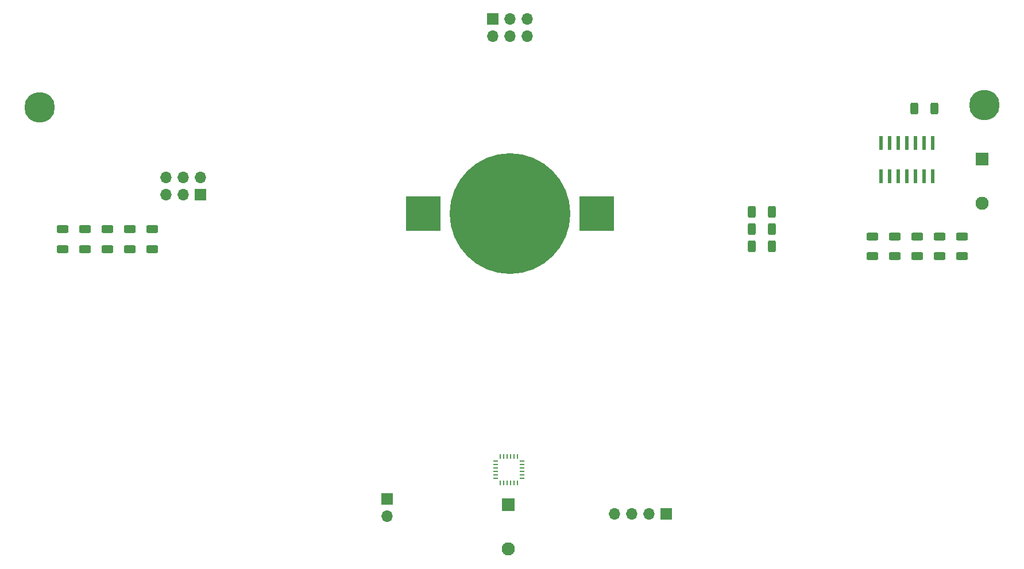
<source format=gbr>
%TF.GenerationSoftware,KiCad,Pcbnew,7.99.0-1211-g2ac3f4cc9e*%
%TF.CreationDate,Date%
%TF.ProjectId,adidas,61646964-6173-42e6-9b69-6361645f7063,v0.3*%
%TF.SameCoordinates,Original*%
%TF.FileFunction,Soldermask,Bot*%
%TF.FilePolarity,Negative*%
%FSLAX46Y46*%
G04 Gerber Fmt 4.6, Leading zero omitted, Abs format (unit mm)*
G04 Created by KiCad*
%MOMM*%
%LPD*%
G01*
G04 APERTURE LIST*
G04 Aperture macros list*
%AMRoundRect*
0 Rectangle with rounded corners*
0 $1 Rounding radius*
0 $2 $3 $4 $5 $6 $7 $8 $9 X,Y pos of 4 corners*
0 Add a 4 corners polygon primitive as box body*
4,1,4,$2,$3,$4,$5,$6,$7,$8,$9,$2,$3,0*
0 Add four circle primitives for the rounded corners*
1,1,$1+$1,$2,$3*
1,1,$1+$1,$4,$5*
1,1,$1+$1,$6,$7*
1,1,$1+$1,$8,$9*
0 Add four rect primitives between the rounded corners*
20,1,$1+$1,$2,$3,$4,$5,0*
20,1,$1+$1,$4,$5,$6,$7,0*
20,1,$1+$1,$6,$7,$8,$9,0*
20,1,$1+$1,$8,$9,$2,$3,0*%
G04 Aperture macros list end*
%ADD10C,4.500000*%
%ADD11RoundRect,0.250000X-0.625000X0.312500X-0.625000X-0.312500X0.625000X-0.312500X0.625000X0.312500X0*%
%ADD12RoundRect,0.250000X-0.312500X-0.625000X0.312500X-0.625000X0.312500X0.625000X-0.312500X0.625000X0*%
%ADD13R,1.700000X1.700000*%
%ADD14O,1.700000X1.700000*%
%ADD15RoundRect,0.250000X0.312500X0.625000X-0.312500X0.625000X-0.312500X-0.625000X0.312500X-0.625000X0*%
%ADD16R,1.950000X1.950000*%
%ADD17C,1.950000*%
%ADD18RoundRect,0.041300X-0.253700X0.943700X-0.253700X-0.943700X0.253700X-0.943700X0.253700X0.943700X0*%
%ADD19R,5.100000X5.100000*%
%ADD20C,17.800000*%
%ADD21R,0.790000X0.260000*%
%ADD22R,0.260000X0.790000*%
G04 APERTURE END LIST*
D10*
%TO.C,hole1*%
X234924600Y-75666600D03*
%TD*%
%TO.C,hole2*%
X95656400Y-76047600D03*
%TD*%
D11*
%TO.C,R5*%
X102350000Y-93980000D03*
X102350000Y-96905000D03*
%TD*%
%TO.C,R4*%
X99060000Y-93980000D03*
X99060000Y-96905000D03*
%TD*%
%TO.C,R9*%
X218440000Y-95057500D03*
X218440000Y-97982500D03*
%TD*%
%TO.C,R12*%
X228310000Y-95057500D03*
X228310000Y-97982500D03*
%TD*%
%TO.C,R13*%
X231600000Y-95057500D03*
X231600000Y-97982500D03*
%TD*%
D12*
%TO.C,R3*%
X200660000Y-91440000D03*
X203585000Y-91440000D03*
%TD*%
D11*
%TO.C,R10*%
X221730000Y-95057500D03*
X221730000Y-97982500D03*
%TD*%
D13*
%TO.C,J2*%
X162483800Y-63017400D03*
D14*
X162483800Y-65557400D03*
X165023800Y-63017400D03*
X165023800Y-65557400D03*
X167563800Y-63017400D03*
X167563800Y-65557400D03*
%TD*%
D11*
%TO.C,R8*%
X112220000Y-93980000D03*
X112220000Y-96905000D03*
%TD*%
%TO.C,R6*%
X105640000Y-93980000D03*
X105640000Y-96905000D03*
%TD*%
D15*
%TO.C,R14*%
X227522500Y-76200000D03*
X224597500Y-76200000D03*
%TD*%
D13*
%TO.C,J4*%
X146887800Y-133725600D03*
D14*
X146887800Y-136265600D03*
%TD*%
D11*
%TO.C,R11*%
X225020000Y-95057500D03*
X225020000Y-97982500D03*
%TD*%
D16*
%TO.C,S2*%
X234619800Y-83674100D03*
D17*
X234619800Y-90174100D03*
%TD*%
D15*
%TO.C,R2*%
X203585000Y-93980000D03*
X200660000Y-93980000D03*
%TD*%
D11*
%TO.C,R7*%
X108930000Y-93980000D03*
X108930000Y-96905000D03*
%TD*%
D16*
%TO.C,S1*%
X164769800Y-134620000D03*
D17*
X164769800Y-141120000D03*
%TD*%
D18*
%TO.C,U2*%
X219710000Y-81280000D03*
X220980000Y-81280000D03*
X222250000Y-81280000D03*
X223520000Y-81280000D03*
X224790000Y-81280000D03*
X226060000Y-81280000D03*
X227330000Y-81280000D03*
X227330000Y-86220000D03*
X226060000Y-86220000D03*
X224790000Y-86220000D03*
X223520000Y-86220000D03*
X222250000Y-86220000D03*
X220980000Y-86220000D03*
X219710000Y-86220000D03*
%TD*%
D19*
%TO.C,BT1*%
X152198400Y-91668600D03*
X177798400Y-91668600D03*
D20*
X164998400Y-91668600D03*
%TD*%
D15*
%TO.C,R1*%
X203585000Y-96520000D03*
X200660000Y-96520000D03*
%TD*%
D13*
%TO.C,J1*%
X119339600Y-88930400D03*
D14*
X119339600Y-86390400D03*
X116799600Y-88930400D03*
X116799600Y-86390400D03*
X114259600Y-88930400D03*
X114259600Y-86390400D03*
%TD*%
D13*
%TO.C,J3*%
X187985400Y-135966200D03*
D14*
X185445400Y-135966200D03*
X182905400Y-135966200D03*
X180365400Y-135966200D03*
%TD*%
D21*
%TO.C,U1*%
X166796000Y-128177200D03*
X166796000Y-128677200D03*
X166796000Y-129177200D03*
X166796000Y-129677200D03*
X166796000Y-130177200D03*
X166796000Y-130677200D03*
D22*
X166076000Y-131397200D03*
X165576000Y-131397200D03*
X165076000Y-131397200D03*
X164576000Y-131397200D03*
X164076000Y-131397200D03*
X163576000Y-131397200D03*
D21*
X162856000Y-130677200D03*
X162856000Y-130177200D03*
X162856000Y-129677200D03*
X162856000Y-129177200D03*
X162856000Y-128677200D03*
X162856000Y-128177200D03*
D22*
X163576000Y-127457200D03*
X164076000Y-127457200D03*
X164576000Y-127457200D03*
X165076000Y-127457200D03*
X165576000Y-127457200D03*
X166076000Y-127457200D03*
%TD*%
M02*

</source>
